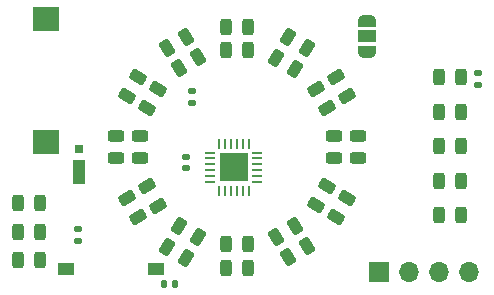
<source format=gts>
%TF.GenerationSoftware,KiCad,Pcbnew,6.0.5-a6ca702e91~116~ubuntu21.10.1*%
%TF.CreationDate,2022-05-27T18:53:49+10:00*%
%TF.ProjectId,FlarmDisplay,466c6172-6d44-4697-9370-6c61792e6b69,rev?*%
%TF.SameCoordinates,Original*%
%TF.FileFunction,Soldermask,Top*%
%TF.FilePolarity,Negative*%
%FSLAX46Y46*%
G04 Gerber Fmt 4.6, Leading zero omitted, Abs format (unit mm)*
G04 Created by KiCad (PCBNEW 6.0.5-a6ca702e91~116~ubuntu21.10.1) date 2022-05-27 18:53:49*
%MOMM*%
%LPD*%
G01*
G04 APERTURE LIST*
G04 Aperture macros list*
%AMRoundRect*
0 Rectangle with rounded corners*
0 $1 Rounding radius*
0 $2 $3 $4 $5 $6 $7 $8 $9 X,Y pos of 4 corners*
0 Add a 4 corners polygon primitive as box body*
4,1,4,$2,$3,$4,$5,$6,$7,$8,$9,$2,$3,0*
0 Add four circle primitives for the rounded corners*
1,1,$1+$1,$2,$3*
1,1,$1+$1,$4,$5*
1,1,$1+$1,$6,$7*
1,1,$1+$1,$8,$9*
0 Add four rect primitives between the rounded corners*
20,1,$1+$1,$2,$3,$4,$5,0*
20,1,$1+$1,$4,$5,$6,$7,0*
20,1,$1+$1,$6,$7,$8,$9,0*
20,1,$1+$1,$8,$9,$2,$3,0*%
%AMFreePoly0*
4,1,20,0.000000,0.744959,0.073905,0.744508,0.209726,0.703889,0.328688,0.626782,0.421226,0.519385,0.479903,0.390333,0.500000,0.250000,0.500000,-0.250000,0.499851,-0.262216,0.476331,-0.402017,0.414519,-0.529596,0.319384,-0.634700,0.198574,-0.708877,0.061801,-0.746166,0.000000,-0.745033,0.000000,-0.750000,-0.550000,-0.750000,-0.550000,0.750000,0.000000,0.750000,0.000000,0.744959,
0.000000,0.744959,$1*%
%AMFreePoly1*
4,1,22,0.550000,-0.750000,0.000000,-0.750000,0.000000,-0.745033,-0.079941,-0.743568,-0.215256,-0.701293,-0.333266,-0.622738,-0.424486,-0.514219,-0.481581,-0.384460,-0.499164,-0.250000,-0.500000,-0.250000,-0.500000,0.250000,-0.499164,0.250000,-0.499963,0.256109,-0.478152,0.396186,-0.417904,0.524511,-0.324060,0.630769,-0.204165,0.706417,-0.067858,0.745374,0.000000,0.744959,0.000000,0.750000,
0.550000,0.750000,0.550000,-0.750000,0.550000,-0.750000,$1*%
G04 Aperture macros list end*
%ADD10FreePoly0,270.000000*%
%ADD11R,1.500000X1.000000*%
%ADD12FreePoly1,270.000000*%
%ADD13RoundRect,0.140000X0.140000X0.170000X-0.140000X0.170000X-0.140000X-0.170000X0.140000X-0.170000X0*%
%ADD14R,1.100000X2.000000*%
%ADD15R,0.800000X0.800000*%
%ADD16RoundRect,0.243750X-0.243750X-0.456250X0.243750X-0.456250X0.243750X0.456250X-0.243750X0.456250X0*%
%ADD17RoundRect,0.243750X0.456250X-0.243750X0.456250X0.243750X-0.456250X0.243750X-0.456250X-0.243750X0*%
%ADD18RoundRect,0.243750X-0.516999X-0.017031X-0.273249X-0.439219X0.516999X0.017031X0.273249X0.439219X0*%
%ADD19RoundRect,0.243750X-0.273249X0.439219X-0.516999X0.017031X0.273249X-0.439219X0.516999X-0.017031X0*%
%ADD20RoundRect,0.243750X-0.017031X0.516999X-0.439219X0.273249X0.017031X-0.516999X0.439219X-0.273249X0*%
%ADD21RoundRect,0.243750X0.516999X0.017031X0.273249X0.439219X-0.516999X-0.017031X-0.273249X-0.439219X0*%
%ADD22RoundRect,0.243750X0.273249X-0.439219X0.516999X-0.017031X-0.273249X0.439219X-0.516999X0.017031X0*%
%ADD23R,1.700000X1.700000*%
%ADD24O,1.700000X1.700000*%
%ADD25RoundRect,0.135000X0.185000X-0.135000X0.185000X0.135000X-0.185000X0.135000X-0.185000X-0.135000X0*%
%ADD26RoundRect,0.243750X0.439219X0.273249X0.017031X0.516999X-0.439219X-0.273249X-0.017031X-0.516999X0*%
%ADD27RoundRect,0.243750X-0.439219X-0.273249X-0.017031X-0.516999X0.439219X0.273249X0.017031X0.516999X0*%
%ADD28RoundRect,0.243750X0.017031X-0.516999X0.439219X-0.273249X-0.017031X0.516999X-0.439219X0.273249X0*%
%ADD29RoundRect,0.062500X0.062500X-0.325000X0.062500X0.325000X-0.062500X0.325000X-0.062500X-0.325000X0*%
%ADD30RoundRect,0.062500X0.325000X-0.062500X0.325000X0.062500X-0.325000X0.062500X-0.325000X-0.062500X0*%
%ADD31R,2.450000X2.450000*%
%ADD32R,1.450000X1.000000*%
%ADD33RoundRect,0.140000X-0.170000X0.140000X-0.170000X-0.140000X0.170000X-0.140000X0.170000X0.140000X0*%
%ADD34RoundRect,0.135000X-0.185000X0.135000X-0.185000X-0.135000X0.185000X-0.135000X0.185000X0.135000X0*%
%ADD35R,2.200000X2.000000*%
G04 APERTURE END LIST*
D10*
X112395000Y-114427000D03*
D11*
X112395000Y-113127000D03*
D12*
X112395000Y-111827000D03*
D13*
X96149000Y-134112000D03*
X95189000Y-134112000D03*
D14*
X88021000Y-124587000D03*
D15*
X88021000Y-122687000D03*
D16*
X100441600Y-114274600D03*
X102316600Y-114274600D03*
D17*
X111592200Y-123444000D03*
X111592200Y-121569000D03*
D18*
X109763400Y-116586000D03*
X110700900Y-118209798D03*
X108026950Y-117577501D03*
X108964450Y-119201299D03*
D17*
X109611000Y-123444000D03*
X109611000Y-121569000D03*
D16*
X100441600Y-112293400D03*
X102316600Y-112293400D03*
D19*
X108974900Y-125810906D03*
X108037400Y-127434704D03*
D20*
X106311904Y-129160200D03*
X104688106Y-130097700D03*
D21*
X94712800Y-127439794D03*
X93775300Y-125815996D03*
D19*
X110703200Y-126796800D03*
X109765700Y-128420598D03*
D16*
X82814000Y-132080000D03*
X84689000Y-132080000D03*
X82791000Y-127254000D03*
X84666000Y-127254000D03*
D21*
X92999400Y-128447800D03*
X92061900Y-126824002D03*
D16*
X118501000Y-119507000D03*
X120376000Y-119507000D03*
X118501000Y-122428000D03*
X120376000Y-122428000D03*
D22*
X92083000Y-118200000D03*
X93020500Y-116576202D03*
D16*
X118501000Y-125349000D03*
X120376000Y-125349000D03*
X118501000Y-128270000D03*
X120376000Y-128270000D03*
D23*
X113421000Y-133096000D03*
D24*
X115961000Y-133096000D03*
X118501000Y-133096000D03*
X121041000Y-133096000D03*
D25*
X97546000Y-118745000D03*
X97546000Y-117725000D03*
X121793000Y-116201000D03*
X121793000Y-117221000D03*
D26*
X98054000Y-130124200D03*
X96430202Y-129186700D03*
D20*
X107297798Y-130888500D03*
X105674000Y-131826000D03*
D26*
X97038000Y-131851400D03*
X95414202Y-130913900D03*
D17*
X91170600Y-123441600D03*
X91170600Y-121566600D03*
X93151800Y-123444000D03*
X93151800Y-121569000D03*
D27*
X104682001Y-114923450D03*
X106305799Y-115860950D03*
X105674000Y-113207800D03*
X107297798Y-114145300D03*
D16*
X100444000Y-130733800D03*
X102319000Y-130733800D03*
X100446200Y-132715000D03*
X102321200Y-132715000D03*
D28*
X95439602Y-114094500D03*
X97063400Y-113157000D03*
X96433106Y-115822900D03*
X98056904Y-114885400D03*
D29*
X99852000Y-126193500D03*
X100352000Y-126193500D03*
X100852000Y-126193500D03*
X101352000Y-126193500D03*
X101852000Y-126193500D03*
X102352000Y-126193500D03*
D30*
X103089500Y-125456000D03*
X103089500Y-124956000D03*
X103089500Y-124456000D03*
X103089500Y-123956000D03*
X103089500Y-123456000D03*
X103089500Y-122956000D03*
D29*
X102352000Y-122218500D03*
X101852000Y-122218500D03*
X101352000Y-122218500D03*
X100852000Y-122218500D03*
X100352000Y-122218500D03*
X99852000Y-122218500D03*
D30*
X99114500Y-122956000D03*
X99114500Y-123456000D03*
X99114500Y-123956000D03*
X99114500Y-124456000D03*
X99114500Y-124956000D03*
X99114500Y-125456000D03*
D31*
X101102000Y-124206000D03*
D32*
X94498000Y-132842000D03*
X86923000Y-132842000D03*
D16*
X82814000Y-129667000D03*
X84689000Y-129667000D03*
D22*
X93783000Y-119200000D03*
X94720500Y-117576202D03*
D16*
X118499000Y-116587000D03*
X120374000Y-116587000D03*
D33*
X97038000Y-123317000D03*
X97038000Y-124277000D03*
D34*
X87894000Y-129413000D03*
X87894000Y-130433000D03*
D35*
X85204000Y-111642400D03*
X85204000Y-122042400D03*
M02*

</source>
